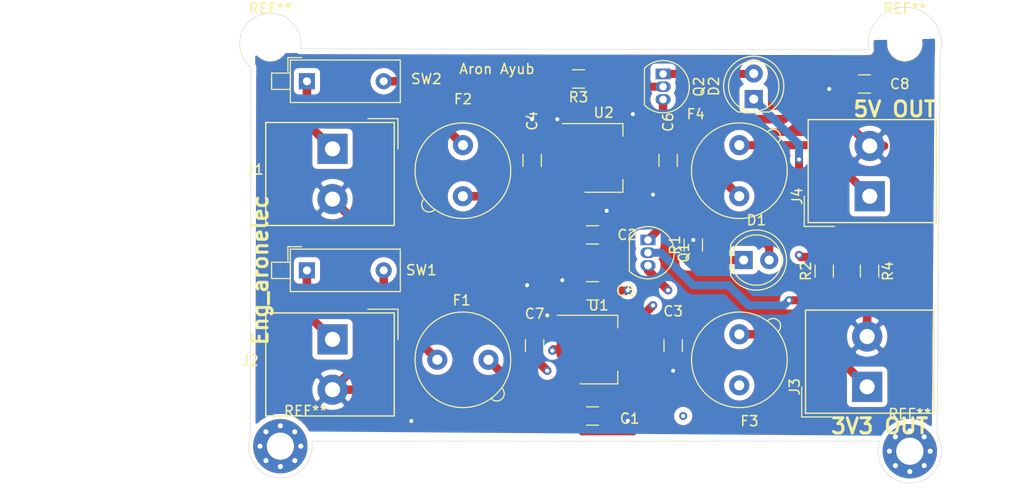
<source format=kicad_pcb>
(kicad_pcb (version 20171130) (host pcbnew "(5.1.6)-1")
  (layers (0 F.Cu signal) (1 GND.Cu signal) (2 POWER.Cu signal) (31 B.Cu signal) (34 B.Paste user) (35 F.Paste user) (36 B.SilkS user) (37 F.SilkS user) (38 B.Mask user) (39 F.Mask user) (44 Edge.Cuts user))
  (net 0 "")
  (net 1 "Net-(C1-Pad1)")
  (net 2 GND)
  (net 3 "Net-(C2-Pad1)")
  (net 4 +5V)
  (net 5 +3V3)
  (net 6 "Net-(D1-Pad1)")
  (net 7 "Net-(D2-Pad1)")
  (net 8 "Net-(F1-Pad1)")
  (net 9 "Net-(F2-Pad1)")
  (net 10 "Net-(F3-Pad2)")
  (net 11 "Net-(F4-Pad2)")
  (net 12 "Net-(J1-Pad1)")
  (net 13 "Net-(J2-Pad1)")
  (net 14 "Net-(D1-Pad2)")
  (net 15 "Net-(D2-Pad2)")
  (net 16 "Net-(Q1-Pad2)")
  (net 17 "Net-(Q2-Pad2)")
  (module MountingHole:MountingHole_2.7mm_Pad_Via (layer F.Cu) (at 148 146.5)
    (fp_text reference REF** (at 0 -3.7) (layer F.SilkS))
    (fp_text value MountingHole_2.7mm_Pad_Via)
    (pad 1 thru_hole circle (at 0 0) (size 5.4 5.4) (drill 2.7) (layers *.Cu *.Mask))
    (pad 1 thru_hole circle (at 2.025 0) (size 0.8 0.8) (drill 0.5) (layers *.Cu *.Mask))
    (pad 1 thru_hole circle (at 1.431891 1.431891) (size 0.8 0.8) (drill 0.5) (layers *.Cu *.Mask))
    (pad 1 thru_hole circle (at 0 2.025) (size 0.8 0.8) (drill 0.5) (layers *.Cu *.Mask))
    (pad 1 thru_hole circle (at -1.431891 1.431891) (size 0.8 0.8) (drill 0.5) (layers *.Cu *.Mask))
    (pad 1 thru_hole circle (at -2.025 0) (size 0.8 0.8) (drill 0.5) (layers *.Cu *.Mask))
    (pad 1 thru_hole circle (at -1.431891 -1.431891) (size 0.8 0.8) (drill 0.5) (layers *.Cu *.Mask))
    (pad 1 thru_hole circle (at 0 -2.025) (size 0.8 0.8) (drill 0.5) (layers *.Cu *.Mask))
    (pad 1 thru_hole circle (at 1.431891 -1.431891) (size 0.8 0.8) (drill 0.5) (layers *.Cu *.Mask))
  )
  (module MountingHole:MountingHole_2.7mm_Pad_Via (layer F.Cu) (at 85.5 146)
    (fp_text reference REF** (at 2.5 -3.5) (layer F.SilkS))
    (fp_text value MountingHole_2.7mm_Pad_Via)
    (pad 1 thru_hole circle (at 1.431891 -1.431891) (size 0.8 0.8) (drill 0.5) (layers *.Cu *.Mask))
    (pad 1 thru_hole circle (at 0 -2.025) (size 0.8 0.8) (drill 0.5) (layers *.Cu *.Mask))
    (pad 1 thru_hole circle (at -1.431891 -1.431891) (size 0.8 0.8) (drill 0.5) (layers *.Cu *.Mask))
    (pad 1 thru_hole circle (at -2.025 0) (size 0.8 0.8) (drill 0.5) (layers *.Cu *.Mask))
    (pad 1 thru_hole circle (at -1.431891 1.431891) (size 0.8 0.8) (drill 0.5) (layers *.Cu *.Mask))
    (pad 1 thru_hole circle (at 0 2.025) (size 0.8 0.8) (drill 0.5) (layers *.Cu *.Mask))
    (pad 1 thru_hole circle (at 1.431891 1.431891) (size 0.8 0.8) (drill 0.5) (layers *.Cu *.Mask))
    (pad 1 thru_hole circle (at 2.025 0) (size 0.8 0.8) (drill 0.5) (layers *.Cu *.Mask))
    (pad 1 thru_hole circle (at 0 0) (size 5.4 5.4) (drill 2.7) (layers *.Cu *.Mask))
  )
  (module MountingHole:MountingHole_2.5mm (layer F.Cu) (at 147.5 106)
    (fp_text reference REF** (at 0 -3.5) (layer F.SilkS))
    (fp_text value MountingHole_2.5mm)
    (pad 1 np_thru_hole circle (at 0 0) (size 2.5 2.5) (drill 2.5) (layers *.Cu *.Mask))
  )
  (module MountingHole:MountingHole_2.5mm (layer F.Cu) (at 84.5 106)
    (fp_text reference REF** (at 0 -3.5) (layer F.SilkS))
    (fp_text value MountingHole_2.5mm)
    (pad 1 np_thru_hole circle (at 0 0) (size 2.5 2.5) (drill 2.5) (layers *.Cu *.Mask))
  )
  (module Fuse:Fuseholder_TR5_Littelfuse_No560_No460 (layer F.Cu) (at 131.064 121.158 90)
    (fp_text reference F4 (at 8.158 -4.318) (layer F.SilkS))
    (fp_text value Fuse_Small)
    (fp_circle (center 2.54 0.01) (end 7.29 0.01) (layer F.SilkS) (width 0.12))
    (fp_line (start 5.49 3.99) (end 5.36 3.84) (layer F.SilkS) (width 0.12))
    (fp_line (start 5.67 4.07) (end 5.49 3.99) (layer F.SilkS) (width 0.12))
    (fp_line (start 5.96 4.11) (end 5.67 4.07) (layer F.SilkS) (width 0.12))
    (fp_line (start 6.25 4.03) (end 5.96 4.11) (layer F.SilkS) (width 0.12))
    (fp_line (start 6.47 3.86) (end 6.25 4.03) (layer F.SilkS) (width 0.12))
    (fp_line (start 6.62 3.6) (end 6.47 3.86) (layer F.SilkS) (width 0.12))
    (fp_line (start 6.65 3.34) (end 6.62 3.6) (layer F.SilkS) (width 0.12))
    (fp_line (start 6.6 3.09) (end 6.65 3.34) (layer F.SilkS) (width 0.12))
    (fp_line (start 6.51 2.93) (end 6.6 3.09) (layer F.SilkS) (width 0.12))
    (fp_line (start 6.39 2.79) (end 6.51 2.93) (layer F.SilkS) (width 0.12))
    (pad 2 thru_hole circle (at 5.08 0.01 90) (size 2 2) (drill 1) (layers *.Cu *.Mask) (net 11 "Net-(F4-Pad2)"))
    (pad 1 thru_hole circle (at 0 0 90) (size 2 2) (drill 1) (layers *.Cu *.Mask) (net 5 +3V3))
  )
  (module Resistor_SMD:R_1206_3216Metric (layer F.Cu) (at 126.5 126 90)
    (fp_text reference R1 (at 0 -1.82 90) (layer F.SilkS))
    (fp_text value 1k)
    (fp_line (start -0.602064 -0.91) (end 0.602064 -0.91) (layer F.SilkS) (width 0.12))
    (fp_line (start -0.602064 0.91) (end 0.602064 0.91) (layer F.SilkS) (width 0.12))
    (pad 2 smd roundrect (at 1.4 0 90) (size 1.25 1.75) (layers F.Cu F.Paste F.Mask) (roundrect_rratio 0.2) (net 2 GND))
    (pad 1 smd roundrect (at -1.4 0 90) (size 1.25 1.75) (layers F.Cu F.Paste F.Mask) (roundrect_rratio 0.2) (net 6 "Net-(D1-Pad1)"))
  )
  (module Capacitor_SMD:C_1206_3216Metric (layer F.Cu) (at 116.5 143)
    (fp_text reference C1 (at 3.686 0.254) (layer F.SilkS))
    (fp_text value 10uF)
    (fp_line (start -0.602064 -0.91) (end 0.602064 -0.91) (layer F.SilkS) (width 0.12))
    (fp_line (start -0.602064 0.91) (end 0.602064 0.91) (layer F.SilkS) (width 0.12))
    (pad 1 smd roundrect (at -1.4 0) (size 1.25 1.75) (layers F.Cu F.Paste F.Mask) (roundrect_rratio 0.2) (net 1 "Net-(C1-Pad1)"))
    (pad 2 smd roundrect (at 1.4 0) (size 1.25 1.75) (layers F.Cu F.Paste F.Mask) (roundrect_rratio 0.2) (net 2 GND))
  )
  (module Capacitor_SMD:C_1206_3216Metric (layer F.Cu) (at 116.5 125)
    (fp_text reference C2 (at 3.432 0) (layer F.SilkS))
    (fp_text value 10uF)
    (fp_line (start -0.602064 -0.91) (end 0.602064 -0.91) (layer F.SilkS) (width 0.12))
    (fp_line (start -0.602064 0.91) (end 0.602064 0.91) (layer F.SilkS) (width 0.12))
    (pad 1 smd roundrect (at -1.4 0) (size 1.25 1.75) (layers F.Cu F.Paste F.Mask) (roundrect_rratio 0.2) (net 3 "Net-(C2-Pad1)"))
    (pad 2 smd roundrect (at 1.4 0) (size 1.25 1.75) (layers F.Cu F.Paste F.Mask) (roundrect_rratio 0.2) (net 2 GND))
  )
  (module Capacitor_SMD:C_1206_3216Metric (layer F.Cu) (at 124.5 136.014 270)
    (fp_text reference C3 (at -3.426 0) (layer F.SilkS))
    (fp_text value 100nF)
    (fp_line (start -0.602064 0.91) (end 0.602064 0.91) (layer F.SilkS) (width 0.12))
    (fp_line (start -0.602064 -0.91) (end 0.602064 -0.91) (layer F.SilkS) (width 0.12))
    (pad 2 smd roundrect (at 1.4 0 270) (size 1.25 1.75) (layers F.Cu F.Paste F.Mask) (roundrect_rratio 0.2) (net 2 GND))
    (pad 1 smd roundrect (at -1.4 0 270) (size 1.25 1.75) (layers F.Cu F.Paste F.Mask) (roundrect_rratio 0.2) (net 1 "Net-(C1-Pad1)"))
  )
  (module Capacitor_SMD:C_1206_3216Metric (layer F.Cu) (at 110.5 117.6 90)
    (fp_text reference C4 (at 3.934 0 90) (layer F.SilkS))
    (fp_text value 100nF)
    (fp_line (start -0.602064 0.91) (end 0.602064 0.91) (layer F.SilkS) (width 0.12))
    (fp_line (start -0.602064 -0.91) (end 0.602064 -0.91) (layer F.SilkS) (width 0.12))
    (pad 2 smd roundrect (at 1.4 0 90) (size 1.25 1.75) (layers F.Cu F.Paste F.Mask) (roundrect_rratio 0.2) (net 2 GND))
    (pad 1 smd roundrect (at -1.4 0 90) (size 1.25 1.75) (layers F.Cu F.Paste F.Mask) (roundrect_rratio 0.2) (net 3 "Net-(C2-Pad1)"))
  )
  (module Capacitor_SMD:C_1206_3216Metric (layer F.Cu) (at 116.5 130.556)
    (fp_text reference C5 (at 3.302 0) (layer F.SilkS))
    (fp_text value 10nF)
    (fp_line (start -0.602064 0.91) (end 0.602064 0.91) (layer F.SilkS) (width 0.12))
    (fp_line (start -0.602064 -0.91) (end 0.602064 -0.91) (layer F.SilkS) (width 0.12))
    (pad 2 smd roundrect (at 1.4 0) (size 1.25 1.75) (layers F.Cu F.Paste F.Mask) (roundrect_rratio 0.2) (net 4 +5V))
    (pad 1 smd roundrect (at -1.4 0) (size 1.25 1.75) (layers F.Cu F.Paste F.Mask) (roundrect_rratio 0.2) (net 2 GND))
  )
  (module Capacitor_SMD:C_1206_3216Metric (layer F.Cu) (at 124 117.6 90)
    (fp_text reference C6 (at 3.81 0 90) (layer F.SilkS))
    (fp_text value 10nF)
    (fp_line (start -0.602064 0.91) (end 0.602064 0.91) (layer F.SilkS) (width 0.12))
    (fp_line (start -0.602064 -0.91) (end 0.602064 -0.91) (layer F.SilkS) (width 0.12))
    (pad 2 smd roundrect (at 1.4 0 90) (size 1.25 1.75) (layers F.Cu F.Paste F.Mask) (roundrect_rratio 0.2) (net 5 +3V3))
    (pad 1 smd roundrect (at -1.4 0 90) (size 1.25 1.75) (layers F.Cu F.Paste F.Mask) (roundrect_rratio 0.2) (net 2 GND))
  )
  (module Capacitor_SMD:C_1206_3216Metric (layer F.Cu) (at 110.744 136.014 270)
    (fp_text reference C7 (at -3.178 0) (layer F.SilkS))
    (fp_text value 0.1uF)
    (fp_line (start -0.602064 -0.91) (end 0.602064 -0.91) (layer F.SilkS) (width 0.12))
    (fp_line (start -0.602064 0.91) (end 0.602064 0.91) (layer F.SilkS) (width 0.12))
    (pad 1 smd roundrect (at -1.4 0 270) (size 1.25 1.75) (layers F.Cu F.Paste F.Mask) (roundrect_rratio 0.2) (net 2 GND))
    (pad 2 smd roundrect (at 1.4 0 270) (size 1.25 1.75) (layers F.Cu F.Paste F.Mask) (roundrect_rratio 0.2) (net 4 +5V))
  )
  (module Capacitor_SMD:C_1206_3216Metric (layer F.Cu) (at 143.5 110)
    (fp_text reference C8 (at 3.5 0) (layer F.SilkS))
    (fp_text value 0.1uF)
    (fp_line (start -0.602064 -0.91) (end 0.602064 -0.91) (layer F.SilkS) (width 0.12))
    (fp_line (start -0.602064 0.91) (end 0.602064 0.91) (layer F.SilkS) (width 0.12))
    (pad 1 smd roundrect (at -1.4 0) (size 1.25 1.75) (layers F.Cu F.Paste F.Mask) (roundrect_rratio 0.2) (net 2 GND))
    (pad 2 smd roundrect (at 1.4 0) (size 1.25 1.75) (layers F.Cu F.Paste F.Mask) (roundrect_rratio 0.2) (net 5 +3V3))
  )
  (module LED_THT:LED_D5.0mm (layer F.Cu) (at 131.5 127.5)
    (fp_text reference D1 (at 1.27 -3.96) (layer F.SilkS))
    (fp_text value LED_Small)
    (fp_circle (center 1.27 0) (end 3.77 0) (layer F.SilkS) (width 0.12))
    (fp_line (start -1.29 -1.545) (end -1.29 1.545) (layer F.SilkS) (width 0.12))
    (fp_arc (start 1.27 0) (end -1.29 -1.54483) (angle 148.9) (layer F.SilkS) (width 0.12))
    (fp_arc (start 1.27 0) (end -1.29 1.54483) (angle -148.9) (layer F.SilkS) (width 0.12))
    (pad 1 thru_hole rect (at 0 0) (size 1.8 1.8) (drill 0.9) (layers *.Cu *.Mask) (net 6 "Net-(D1-Pad1)"))
    (pad 2 thru_hole circle (at 2.54 0) (size 1.8 1.8) (drill 0.9) (layers *.Cu *.Mask) (net 14 "Net-(D1-Pad2)"))
  )
  (module Fuse:Fuseholder_TR5_Littelfuse_No560_No460 (layer F.Cu) (at 101.082 137.404)
    (fp_text reference F1 (at 2.418 -5.904) (layer F.SilkS))
    (fp_text value Fuse_Small)
    (fp_circle (center 2.54 0.01) (end 7.29 0.01) (layer F.SilkS) (width 0.12))
    (fp_line (start 5.49 3.99) (end 5.36 3.84) (layer F.SilkS) (width 0.12))
    (fp_line (start 5.67 4.07) (end 5.49 3.99) (layer F.SilkS) (width 0.12))
    (fp_line (start 5.96 4.11) (end 5.67 4.07) (layer F.SilkS) (width 0.12))
    (fp_line (start 6.25 4.03) (end 5.96 4.11) (layer F.SilkS) (width 0.12))
    (fp_line (start 6.47 3.86) (end 6.25 4.03) (layer F.SilkS) (width 0.12))
    (fp_line (start 6.62 3.6) (end 6.47 3.86) (layer F.SilkS) (width 0.12))
    (fp_line (start 6.65 3.34) (end 6.62 3.6) (layer F.SilkS) (width 0.12))
    (fp_line (start 6.6 3.09) (end 6.65 3.34) (layer F.SilkS) (width 0.12))
    (fp_line (start 6.51 2.93) (end 6.6 3.09) (layer F.SilkS) (width 0.12))
    (fp_line (start 6.39 2.79) (end 6.51 2.93) (layer F.SilkS) (width 0.12))
    (pad 2 thru_hole circle (at 5.08 0.01) (size 2 2) (drill 1) (layers *.Cu *.Mask) (net 1 "Net-(C1-Pad1)"))
    (pad 1 thru_hole circle (at 0 0) (size 2 2) (drill 1) (layers *.Cu *.Mask) (net 8 "Net-(F1-Pad1)"))
  )
  (module Fuse:Fuseholder_TR5_Littelfuse_No560_No460 (layer F.Cu) (at 103.632 116.078 270)
    (fp_text reference F2 (at -4.572 0 180) (layer F.SilkS))
    (fp_text value Fuse_Small)
    (fp_line (start 6.39 2.79) (end 6.51 2.93) (layer F.SilkS) (width 0.12))
    (fp_line (start 6.51 2.93) (end 6.6 3.09) (layer F.SilkS) (width 0.12))
    (fp_line (start 6.6 3.09) (end 6.65 3.34) (layer F.SilkS) (width 0.12))
    (fp_line (start 6.65 3.34) (end 6.62 3.6) (layer F.SilkS) (width 0.12))
    (fp_line (start 6.62 3.6) (end 6.47 3.86) (layer F.SilkS) (width 0.12))
    (fp_line (start 6.47 3.86) (end 6.25 4.03) (layer F.SilkS) (width 0.12))
    (fp_line (start 6.25 4.03) (end 5.96 4.11) (layer F.SilkS) (width 0.12))
    (fp_line (start 5.96 4.11) (end 5.67 4.07) (layer F.SilkS) (width 0.12))
    (fp_line (start 5.67 4.07) (end 5.49 3.99) (layer F.SilkS) (width 0.12))
    (fp_line (start 5.49 3.99) (end 5.36 3.84) (layer F.SilkS) (width 0.12))
    (fp_circle (center 2.54 0.01) (end 7.29 0.01) (layer F.SilkS) (width 0.12))
    (pad 1 thru_hole circle (at 0 0 270) (size 2 2) (drill 1) (layers *.Cu *.Mask) (net 9 "Net-(F2-Pad1)"))
    (pad 2 thru_hole circle (at 5.08 0.01 270) (size 2 2) (drill 1) (layers *.Cu *.Mask) (net 3 "Net-(C2-Pad1)"))
  )
  (module Fuse:Fuseholder_TR5_Littelfuse_No560_No460 (layer F.Cu) (at 131.064 139.954 90)
    (fp_text reference F3 (at -3.556 1.016) (layer F.SilkS))
    (fp_text value Fuse_Small)
    (fp_line (start 6.39 2.79) (end 6.51 2.93) (layer F.SilkS) (width 0.12))
    (fp_line (start 6.51 2.93) (end 6.6 3.09) (layer F.SilkS) (width 0.12))
    (fp_line (start 6.6 3.09) (end 6.65 3.34) (layer F.SilkS) (width 0.12))
    (fp_line (start 6.65 3.34) (end 6.62 3.6) (layer F.SilkS) (width 0.12))
    (fp_line (start 6.62 3.6) (end 6.47 3.86) (layer F.SilkS) (width 0.12))
    (fp_line (start 6.47 3.86) (end 6.25 4.03) (layer F.SilkS) (width 0.12))
    (fp_line (start 6.25 4.03) (end 5.96 4.11) (layer F.SilkS) (width 0.12))
    (fp_line (start 5.96 4.11) (end 5.67 4.07) (layer F.SilkS) (width 0.12))
    (fp_line (start 5.67 4.07) (end 5.49 3.99) (layer F.SilkS) (width 0.12))
    (fp_line (start 5.49 3.99) (end 5.36 3.84) (layer F.SilkS) (width 0.12))
    (fp_circle (center 2.54 0.01) (end 7.29 0.01) (layer F.SilkS) (width 0.12))
    (pad 1 thru_hole circle (at 0 0 90) (size 2 2) (drill 1) (layers *.Cu *.Mask) (net 4 +5V))
    (pad 2 thru_hole circle (at 5.08 0.01 90) (size 2 2) (drill 1) (layers *.Cu *.Mask) (net 10 "Net-(F3-Pad2)"))
  )
  (module TerminalBlock_Altech:Altech_AK300_1x02_P5.00mm_45-Degree (layer F.Cu) (at 90.678 116.443 270)
    (fp_text reference J1 (at 2.057 7.678 180) (layer F.SilkS))
    (fp_text value Conn_01x02)
    (fp_line (start -2.62 -6.12) (end -2.62 6.62) (layer F.SilkS) (width 0.12))
    (fp_line (start -2.62 6.62) (end 7.62 6.62) (layer F.SilkS) (width 0.12))
    (fp_line (start 7.62 -6.12) (end 7.62 6.62) (layer F.SilkS) (width 0.12))
    (fp_line (start -2.62 -6.12) (end 7.62 -6.12) (layer F.SilkS) (width 0.12))
    (fp_line (start -2.62 -6.12) (end -2.62 6.62) (layer F.SilkS) (width 0.12))
    (fp_line (start -2.62 6.62) (end 7.62 6.62) (layer F.SilkS) (width 0.12))
    (fp_line (start 7.62 -6.12) (end 7.62 6.62) (layer F.SilkS) (width 0.12))
    (fp_line (start -2.62 -6.12) (end 7.62 -6.12) (layer F.SilkS) (width 0.12))
    (fp_line (start -3 -6.5) (end 0 -6.5) (layer F.SilkS) (width 0.12))
    (fp_line (start -3 -3.5) (end -3 -6.5) (layer F.SilkS) (width 0.12))
    (pad 2 thru_hole circle (at 5 0 270) (size 3 3) (drill 1.5) (layers *.Cu *.Mask) (net 2 GND))
    (pad 1 thru_hole rect (at 0 0 270) (size 3 3) (drill 1.5) (layers *.Cu *.Mask) (net 12 "Net-(J1-Pad1)"))
  )
  (module TerminalBlock_Altech:Altech_AK300_1x02_P5.00mm_45-Degree (layer F.Cu) (at 90.678 135.382 270)
    (fp_text reference J2 (at 2.118 8.178) (layer F.SilkS))
    (fp_text value Conn_01x02)
    (fp_line (start -3 -3.5) (end -3 -6.5) (layer F.SilkS) (width 0.12))
    (fp_line (start -3 -6.5) (end 0 -6.5) (layer F.SilkS) (width 0.12))
    (fp_line (start -2.62 -6.12) (end 7.62 -6.12) (layer F.SilkS) (width 0.12))
    (fp_line (start 7.62 -6.12) (end 7.62 6.62) (layer F.SilkS) (width 0.12))
    (fp_line (start -2.62 6.62) (end 7.62 6.62) (layer F.SilkS) (width 0.12))
    (fp_line (start -2.62 -6.12) (end -2.62 6.62) (layer F.SilkS) (width 0.12))
    (fp_line (start -2.62 -6.12) (end 7.62 -6.12) (layer F.SilkS) (width 0.12))
    (fp_line (start 7.62 -6.12) (end 7.62 6.62) (layer F.SilkS) (width 0.12))
    (fp_line (start -2.62 6.62) (end 7.62 6.62) (layer F.SilkS) (width 0.12))
    (fp_line (start -2.62 -6.12) (end -2.62 6.62) (layer F.SilkS) (width 0.12))
    (pad 1 thru_hole rect (at 0 0 270) (size 3 3) (drill 1.5) (layers *.Cu *.Mask) (net 13 "Net-(J2-Pad1)"))
    (pad 2 thru_hole circle (at 5 0 270) (size 3 3) (drill 1.5) (layers *.Cu *.Mask) (net 2 GND))
  )
  (module TerminalBlock_Altech:Altech_AK300_1x02_P5.00mm_45-Degree (layer F.Cu) (at 143.764 140.097 90)
    (fp_text reference J3 (at 0 -7.2 90) (layer F.SilkS))
    (fp_text value Conn_01x02)
    (fp_line (start -2.62 -6.12) (end -2.62 6.62) (layer F.SilkS) (width 0.12))
    (fp_line (start -2.62 6.62) (end 7.62 6.62) (layer F.SilkS) (width 0.12))
    (fp_line (start 7.62 -6.12) (end 7.62 6.62) (layer F.SilkS) (width 0.12))
    (fp_line (start -2.62 -6.12) (end 7.62 -6.12) (layer F.SilkS) (width 0.12))
    (fp_line (start -2.62 -6.12) (end -2.62 6.62) (layer F.SilkS) (width 0.12))
    (fp_line (start -2.62 6.62) (end 7.62 6.62) (layer F.SilkS) (width 0.12))
    (fp_line (start 7.62 -6.12) (end 7.62 6.62) (layer F.SilkS) (width 0.12))
    (fp_line (start -2.62 -6.12) (end 7.62 -6.12) (layer F.SilkS) (width 0.12))
    (fp_line (start -3 -6.5) (end 0 -6.5) (layer F.SilkS) (width 0.12))
    (fp_line (start -3 -3.5) (end -3 -6.5) (layer F.SilkS) (width 0.12))
    (pad 2 thru_hole circle (at 5 0 90) (size 3 3) (drill 1.5) (layers *.Cu *.Mask) (net 2 GND))
    (pad 1 thru_hole rect (at 0 0 90) (size 3 3) (drill 1.5) (layers *.Cu *.Mask) (net 10 "Net-(F3-Pad2)"))
  )
  (module TerminalBlock_Altech:Altech_AK300_1x02_P5.00mm_45-Degree (layer F.Cu) (at 144.018 121.158 90)
    (fp_text reference J4 (at 0 -7.2 90) (layer F.SilkS))
    (fp_text value Conn_01x02)
    (fp_line (start -3 -3.5) (end -3 -6.5) (layer F.SilkS) (width 0.12))
    (fp_line (start -3 -6.5) (end 0 -6.5) (layer F.SilkS) (width 0.12))
    (fp_line (start -2.62 -6.12) (end 7.62 -6.12) (layer F.SilkS) (width 0.12))
    (fp_line (start 7.62 -6.12) (end 7.62 6.62) (layer F.SilkS) (width 0.12))
    (fp_line (start -2.62 6.62) (end 7.62 6.62) (layer F.SilkS) (width 0.12))
    (fp_line (start -2.62 -6.12) (end -2.62 6.62) (layer F.SilkS) (width 0.12))
    (fp_line (start -2.62 -6.12) (end 7.62 -6.12) (layer F.SilkS) (width 0.12))
    (fp_line (start 7.62 -6.12) (end 7.62 6.62) (layer F.SilkS) (width 0.12))
    (fp_line (start -2.62 6.62) (end 7.62 6.62) (layer F.SilkS) (width 0.12))
    (fp_line (start -2.62 -6.12) (end -2.62 6.62) (layer F.SilkS) (width 0.12))
    (pad 1 thru_hole rect (at 0 0 90) (size 3 3) (drill 1.5) (layers *.Cu *.Mask) (net 11 "Net-(F4-Pad2)"))
    (pad 2 thru_hole circle (at 5 0 90) (size 3 3) (drill 1.5) (layers *.Cu *.Mask) (net 2 GND))
  )
  (module Library:SW_DIP_SPSTx01_Piano_10.8x4.1mm_W7.62mm_P2.54mm (layer F.Cu) (at 88.138 128.524)
    (fp_text reference SW1 (at 11.362 -0.024) (layer F.SilkS))
    (fp_text value SW_DIP_x01)
    (fp_line (start -1.65 -0.81) (end -1.65 0.81) (layer F.SilkS) (width 0.12))
    (fp_line (start -3.51 -0.81) (end -3.51 0.81) (layer F.SilkS) (width 0.12))
    (fp_line (start -3.51 0.81) (end -1.65 0.81) (layer F.SilkS) (width 0.12))
    (fp_line (start -3.51 -0.81) (end -1.65 -0.81) (layer F.SilkS) (width 0.12))
    (fp_line (start -1.89 -2.35) (end -1.89 -0.967) (layer F.SilkS) (width 0.12))
    (fp_line (start -1.89 -2.35) (end -0.507 -2.35) (layer F.SilkS) (width 0.12))
    (fp_line (start 9.27 -2.11) (end 9.27 2.11) (layer F.SilkS) (width 0.12))
    (fp_line (start -1.65 -2.11) (end -1.65 2.11) (layer F.SilkS) (width 0.12))
    (fp_line (start -1.65 2.11) (end 9.27 2.11) (layer F.SilkS) (width 0.12))
    (fp_line (start -1.65 -2.11) (end 9.27 -2.11) (layer F.SilkS) (width 0.12))
    (pad 2 thru_hole oval (at 7.62 0) (size 1.6 1.6) (drill 0.8) (layers *.Cu *.Mask) (net 8 "Net-(F1-Pad1)"))
    (pad 1 thru_hole rect (at 0 0) (size 1.6 1.6) (drill 0.8) (layers *.Cu *.Mask) (net 13 "Net-(J2-Pad1)"))
  )
  (module Library:SW_DIP_SPSTx01_Piano_10.8x4.1mm_W7.62mm_P2.54mm (layer F.Cu) (at 88.138 109.728)
    (fp_text reference SW2 (at 11.862 -0.228) (layer F.SilkS))
    (fp_text value SW_DIP_x01)
    (fp_line (start -1.65 -2.11) (end 9.27 -2.11) (layer F.SilkS) (width 0.12))
    (fp_line (start -1.65 2.11) (end 9.27 2.11) (layer F.SilkS) (width 0.12))
    (fp_line (start -1.65 -2.11) (end -1.65 2.11) (layer F.SilkS) (width 0.12))
    (fp_line (start 9.27 -2.11) (end 9.27 2.11) (layer F.SilkS) (width 0.12))
    (fp_line (start -1.89 -2.35) (end -0.507 -2.35) (layer F.SilkS) (width 0.12))
    (fp_line (start -1.89 -2.35) (end -1.89 -0.967) (layer F.SilkS) (width 0.12))
    (fp_line (start -3.51 -0.81) (end -1.65 -0.81) (layer F.SilkS) (width 0.12))
    (fp_line (start -3.51 0.81) (end -1.65 0.81) (layer F.SilkS) (width 0.12))
    (fp_line (start -3.51 -0.81) (end -3.51 0.81) (layer F.SilkS) (width 0.12))
    (fp_line (start -1.65 -0.81) (end -1.65 0.81) (layer F.SilkS) (width 0.12))
    (pad 1 thru_hole rect (at 0 0) (size 1.6 1.6) (drill 0.8) (layers *.Cu *.Mask) (net 12 "Net-(J1-Pad1)"))
    (pad 2 thru_hole oval (at 7.62 0) (size 1.6 1.6) (drill 0.8) (layers *.Cu *.Mask) (net 9 "Net-(F2-Pad1)"))
  )
  (module Package_TO_SOT_SMD:SOT-223-3_TabPin2 (layer F.Cu) (at 117.094 136.398)
    (fp_text reference U1 (at 0 -4.398) (layer F.SilkS))
    (fp_text value LD1117S50TR_SOT223)
    (fp_line (start 1.91 3.41) (end 1.91 2.15) (layer F.SilkS) (width 0.12))
    (fp_line (start 1.91 -3.41) (end 1.91 -2.15) (layer F.SilkS) (width 0.12))
    (fp_line (start -1.85 3.41) (end 1.91 3.41) (layer F.SilkS) (width 0.12))
    (fp_line (start -4.1 -3.41) (end 1.91 -3.41) (layer F.SilkS) (width 0.12))
    (pad 2 smd rect (at 3.15 0) (size 2 3.8) (layers F.Cu F.Paste F.Mask) (net 4 +5V))
    (pad 2 smd rect (at -3.15 0) (size 2 1.5) (layers F.Cu F.Paste F.Mask) (net 4 +5V))
    (pad 3 smd rect (at -3.15 2.3) (size 2 1.5) (layers F.Cu F.Paste F.Mask) (net 1 "Net-(C1-Pad1)"))
    (pad 1 smd rect (at -3.15 -2.3) (size 2 1.5) (layers F.Cu F.Paste F.Mask) (net 2 GND))
  )
  (module Package_TO_SOT_SMD:SOT-223-3_TabPin2 (layer F.Cu) (at 117.602 117.348)
    (fp_text reference U2 (at 0 -4.5) (layer F.SilkS))
    (fp_text value LD1117S33TR_SOT223)
    (fp_line (start -4.1 -3.41) (end 1.91 -3.41) (layer F.SilkS) (width 0.12))
    (fp_line (start -1.85 3.41) (end 1.91 3.41) (layer F.SilkS) (width 0.12))
    (fp_line (start 1.91 -3.41) (end 1.91 -2.15) (layer F.SilkS) (width 0.12))
    (fp_line (start 1.91 3.41) (end 1.91 2.15) (layer F.SilkS) (width 0.12))
    (pad 1 smd rect (at -3.15 -2.3) (size 2 1.5) (layers F.Cu F.Paste F.Mask) (net 2 GND))
    (pad 3 smd rect (at -3.15 2.3) (size 2 1.5) (layers F.Cu F.Paste F.Mask) (net 3 "Net-(C2-Pad1)"))
    (pad 2 smd rect (at -3.15 0) (size 2 1.5) (layers F.Cu F.Paste F.Mask) (net 5 +3V3))
    (pad 2 smd rect (at 3.15 0) (size 2 3.8) (layers F.Cu F.Paste F.Mask) (net 5 +3V3))
  )
  (module LED_THT:LED_D5.0mm (layer F.Cu) (at 132.5 111.5 90)
    (fp_text reference D2 (at 1.27 -3.96 90) (layer F.SilkS))
    (fp_text value LED_Small)
    (fp_circle (center 1.27 0) (end 3.77 0) (layer F.SilkS) (width 0.12))
    (fp_line (start -1.29 -1.545) (end -1.29 1.545) (layer F.SilkS) (width 0.12))
    (fp_arc (start 1.27 0) (end -1.29 -1.54483) (angle 148.9) (layer F.SilkS) (width 0.12))
    (fp_arc (start 1.27 0) (end -1.29 1.54483) (angle -148.9) (layer F.SilkS) (width 0.12))
    (pad 1 thru_hole rect (at 0 0 90) (size 1.8 1.8) (drill 0.9) (layers *.Cu *.Mask) (net 7 "Net-(D2-Pad1)"))
    (pad 2 thru_hole circle (at 2.54 0 90) (size 1.8 1.8) (drill 0.9) (layers *.Cu *.Mask) (net 15 "Net-(D2-Pad2)"))
  )
  (module Package_TO_SOT_THT:TO-92_Inline (layer F.Cu) (at 122 125.5 270)
    (fp_text reference Q1 (at 1.27 -3.56 90) (layer F.SilkS))
    (fp_text value 2N3904)
    (fp_line (start -0.53 1.85) (end 3.07 1.85) (layer F.SilkS) (width 0.12))
    (fp_arc (start 1.27 0) (end 1.27 -2.6) (angle 135) (layer F.SilkS) (width 0.12))
    (fp_arc (start 1.27 0) (end 1.27 -2.6) (angle -135) (layer F.SilkS) (width 0.12))
    (pad 1 thru_hole rect (at 0 0 270) (size 1.05 1.5) (drill 0.75) (layers *.Cu *.Mask) (net 14 "Net-(D1-Pad2)"))
    (pad 3 thru_hole oval (at 2.54 0 270) (size 1.05 1.5) (drill 0.75) (layers *.Cu *.Mask) (net 4 +5V))
    (pad 2 thru_hole oval (at 1.27 0 270) (size 1.05 1.5) (drill 0.75) (layers *.Cu *.Mask) (net 16 "Net-(Q1-Pad2)"))
  )
  (module Package_TO_SOT_THT:TO-92_Inline (layer F.Cu) (at 123.5 109 270)
    (fp_text reference Q2 (at 1.27 -3.56 90) (layer F.SilkS))
    (fp_text value 2N3904)
    (fp_line (start -0.53 1.85) (end 3.07 1.85) (layer F.SilkS) (width 0.12))
    (fp_arc (start 1.27 0) (end 1.27 -2.6) (angle -135) (layer F.SilkS) (width 0.12))
    (fp_arc (start 1.27 0) (end 1.27 -2.6) (angle 135) (layer F.SilkS) (width 0.12))
    (pad 2 thru_hole oval (at 1.27 0 270) (size 1.05 1.5) (drill 0.75) (layers *.Cu *.Mask) (net 17 "Net-(Q2-Pad2)"))
    (pad 3 thru_hole oval (at 2.54 0 270) (size 1.05 1.5) (drill 0.75) (layers *.Cu *.Mask) (net 5 +3V3))
    (pad 1 thru_hole rect (at 0 0 270) (size 1.05 1.5) (drill 0.75) (layers *.Cu *.Mask) (net 15 "Net-(D2-Pad2)"))
  )
  (module Resistor_SMD:R_1206_3216Metric (layer F.Cu) (at 139.5 128.6 90)
    (fp_text reference R2 (at 0 -1.82 90) (layer F.SilkS))
    (fp_text value 1k)
    (fp_line (start -0.602064 -0.91) (end 0.602064 -0.91) (layer F.SilkS) (width 0.12))
    (fp_line (start -0.602064 0.91) (end 0.602064 0.91) (layer F.SilkS) (width 0.12))
    (pad 1 smd roundrect (at -1.4 0 90) (size 1.25 1.75) (layers F.Cu F.Paste F.Mask) (roundrect_rratio 0.2) (net 16 "Net-(Q1-Pad2)"))
    (pad 2 smd roundrect (at 1.4 0 90) (size 1.25 1.75) (layers F.Cu F.Paste F.Mask) (roundrect_rratio 0.2) (net 4 +5V))
  )
  (module Resistor_SMD:R_1206_3216Metric (layer F.Cu) (at 115.1 109.5 180)
    (fp_text reference R3 (at 0 -1.82) (layer F.SilkS))
    (fp_text value 1k)
    (fp_line (start -0.602064 -0.91) (end 0.602064 -0.91) (layer F.SilkS) (width 0.12))
    (fp_line (start -0.602064 0.91) (end 0.602064 0.91) (layer F.SilkS) (width 0.12))
    (pad 1 smd roundrect (at -1.4 0 180) (size 1.25 1.75) (layers F.Cu F.Paste F.Mask) (roundrect_rratio 0.2) (net 17 "Net-(Q2-Pad2)"))
    (pad 2 smd roundrect (at 1.4 0 180) (size 1.25 1.75) (layers F.Cu F.Paste F.Mask) (roundrect_rratio 0.2) (net 5 +3V3))
  )
  (module Resistor_SMD:R_1206_3216Metric (layer F.Cu) (at 144 128.6 270)
    (fp_text reference R4 (at 0 -1.82 90) (layer F.SilkS))
    (fp_text value 1k)
    (fp_line (start -0.602064 0.91) (end 0.602064 0.91) (layer F.SilkS) (width 0.12))
    (fp_line (start -0.602064 -0.91) (end 0.602064 -0.91) (layer F.SilkS) (width 0.12))
    (pad 2 smd roundrect (at 1.4 0 270) (size 1.25 1.75) (layers F.Cu F.Paste F.Mask) (roundrect_rratio 0.2) (net 2 GND))
    (pad 1 smd roundrect (at -1.4 0 270) (size 1.25 1.75) (layers F.Cu F.Paste F.Mask) (roundrect_rratio 0.2) (net 7 "Net-(D2-Pad1)"))
  )
  (gr_text "Aron Ayub" (at 107 108.5) (layer F.SilkS) (effects (font (size 1 1))))
  (gr_line (start 82.580168 108.358865) (end 82.5 145) (layer Edge.Cuts) (width 0.05))
  (gr_line (start 87.5 106.5) (end 143.909472 106.598421) (layer Edge.Cuts) (width 0.05))
  (gr_line (start 150.71163 144.873022) (end 151 107) (layer Edge.Cuts) (width 0.05))
  (gr_line (start 145 145.500001) (end 88.622748 145.501557) (layer Edge.Cuts) (width 0.05))
  (gr_arc (start 147.5 106) (end 151 107) (angle -205.4077129) (layer Edge.Cuts) (width 0.05))
  (gr_arc (start 84.5 106) (end 87.5 106.5) (angle -240.3208838) (layer Edge.Cuts) (width 0.05))
  (gr_arc (start 148 146.5) (end 145 145.500001) (angle -229.3986882) (layer Edge.Cuts) (width 0.05))
  (gr_arc (start 85.5 146) (end 82.5 145) (angle -207.503816) (layer Edge.Cuts) (width 0.05))
  (gr_text Eng_aronelec (at 83.5 128.5 90) (layer F.SilkS) (effects (font (size 1.5 1.5) (thickness 0.3))))
  (gr_text "3V3 OUT\n" (at 145 144) (layer F.SilkS) (effects (font (size 1.5 1.5) (thickness 0.3))))
  (gr_text "5V OUT" (at 146.5 112.5) (layer F.SilkS) (effects (font (size 1.5 1.5) (thickness 0.3))))
  (segment (start 85.5 146) (end 87 144.5) (width 0.35) (layer F.Cu) (net 0))
  (segment (start 113.944 141.844) (end 115.1 143) (width 0.85) (layer F.Cu) (net 1))
  (segment (start 113.944 138.698) (end 113.944 141.844) (width 0.85) (layer F.Cu) (net 1))
  (segment (start 111.748 143) (end 115.1 143) (width 0.85) (layer F.Cu) (net 1))
  (segment (start 106.162 137.414) (end 111.748 143) (width 0.85) (layer F.Cu) (net 1))
  (segment (start 125.375 134.614) (end 124.5 134.614) (width 0.85) (layer F.Cu) (net 1))
  (segment (start 126.5 135.739) (end 125.375 134.614) (width 0.85) (layer F.Cu) (net 1))
  (segment (start 115.1 144.1) (end 115.50001 144.50001) (width 0.85) (layer F.Cu) (net 1))
  (segment (start 126.5 138.513978) (end 126.5 135.739) (width 0.85) (layer F.Cu) (net 1))
  (segment (start 115.1 143) (end 115.1 144.1) (width 0.85) (layer F.Cu) (net 1))
  (segment (start 115.50001 144.50001) (end 120.513968 144.50001) (width 0.85) (layer F.Cu) (net 1))
  (segment (start 120.513968 144.50001) (end 126.5 138.513978) (width 0.85) (layer F.Cu) (net 1))
  (segment (start 115.1 114.4) (end 114.452 115.048) (width 0.85) (layer F.Cu) (net 2))
  (segment (start 142.1 114.24) (end 144.018 116.158) (width 0.85) (layer F.Cu) (net 2))
  (segment (start 142.1 110) (end 142.1 114.24) (width 0.85) (layer F.Cu) (net 2))
  (segment (start 113.428 134.614) (end 113.944 134.098) (width 0.85) (layer F.Cu) (net 2))
  (segment (start 110.744 134.614) (end 113.428 134.614) (width 0.85) (layer F.Cu) (net 2))
  (segment (start 115.1 132.942) (end 113.944 134.098) (width 0.85) (layer F.Cu) (net 2))
  (segment (start 115.1 130.556) (end 115.1 132.942) (width 0.85) (layer F.Cu) (net 2))
  (segment (start 115.1 127.8) (end 117.9 125) (width 0.85) (layer F.Cu) (net 2))
  (segment (start 115.1 130.556) (end 115.1 127.8) (width 0.85) (layer F.Cu) (net 2))
  (segment (start 118.914 143) (end 124.5 137.414) (width 0.85) (layer F.Cu) (net 2))
  (segment (start 117.9 143) (end 118.914 143) (width 0.85) (layer F.Cu) (net 2))
  (segment (start 90.678 140.382) (end 93.5 137.56) (width 0.85) (layer F.Cu) (net 2))
  (segment (start 93.5 124.265) (end 90.678 121.443) (width 0.85) (layer F.Cu) (net 2))
  (segment (start 93.5 137.56) (end 93.5 124.265) (width 0.85) (layer F.Cu) (net 2))
  (segment (start 104.386 134.614) (end 110.744 134.614) (width 0.85) (layer F.Cu) (net 2))
  (segment (start 103.5 135.5) (end 104.386 134.614) (width 0.85) (layer F.Cu) (net 2))
  (segment (start 103.5 138.764) (end 103.5 135.5) (width 0.85) (layer F.Cu) (net 2))
  (segment (start 90.678 140.382) (end 101.882 140.382) (width 0.85) (layer F.Cu) (net 2))
  (segment (start 101.882 140.382) (end 103.5 138.764) (width 0.85) (layer F.Cu) (net 2))
  (segment (start 111.652 115.048) (end 114.452 115.048) (width 0.85) (layer F.Cu) (net 2))
  (segment (start 110.5 116.2) (end 111.652 115.048) (width 0.85) (layer F.Cu) (net 2))
  (segment (start 113.944 134.098) (end 113.098 134.098) (width 0.8) (layer F.Cu) (net 2))
  (segment (start 113.944 134.098) (end 113.944 132.444) (width 0.8) (layer F.Cu) (net 2))
  (segment (start 113.944 132.444) (end 111.5 130) (width 0.8) (layer F.Cu) (net 2))
  (via (at 110 130) (size 0.8) (drill 0.4) (layers F.Cu B.Cu) (net 2))
  (segment (start 111.5 130) (end 110 130) (width 0.8) (layer F.Cu) (net 2))
  (segment (start 114.5 143) (end 118 143) (width 0.8) (layer B.Cu) (net 2))
  (segment (start 110 130) (end 110 138.5) (width 0.8) (layer B.Cu) (net 2))
  (segment (start 110 138.5) (end 114.5 143) (width 0.8) (layer B.Cu) (net 2))
  (segment (start 114.452 115.048) (end 117.952 115.048) (width 0.8) (layer F.Cu) (net 2))
  (via (at 120.5 113) (size 0.8) (drill 0.4) (layers F.Cu B.Cu) (net 2))
  (segment (start 117.952 115.048) (end 120 113) (width 0.8) (layer F.Cu) (net 2))
  (segment (start 120 113) (end 120.5 113) (width 0.8) (layer F.Cu) (net 2))
  (segment (start 120.5 113) (end 120.5 115.5) (width 0.8) (layer B.Cu) (net 2))
  (segment (start 120.5 115.5) (end 124 119) (width 0.8) (layer B.Cu) (net 2))
  (via (at 110.5 113.5) (size 0.8) (drill 0.4) (layers F.Cu B.Cu) (net 2))
  (segment (start 110.5 116.2) (end 110.5 113.5) (width 0.8) (layer F.Cu) (net 2))
  (via (at 113 113.5) (size 0.8) (drill 0.4) (layers F.Cu B.Cu) (net 2))
  (segment (start 114.452 115.048) (end 114.452 114.952) (width 0.8) (layer F.Cu) (net 2))
  (segment (start 114.452 114.952) (end 113 113.5) (width 0.8) (layer F.Cu) (net 2))
  (segment (start 117.9 125) (end 117.9 122.6) (width 0.8) (layer F.Cu) (net 2))
  (via (at 117.9 122.6) (size 0.8) (drill 0.4) (layers F.Cu B.Cu) (net 2))
  (via (at 126.5 125.5) (size 0.8) (drill 0.4) (layers F.Cu B.Cu) (net 2))
  (segment (start 126.4 125.6) (end 126.5 125.5) (width 0.8) (layer F.Cu) (net 2))
  (via (at 122.5 121) (size 0.8) (drill 0.4) (layers F.Cu B.Cu) (net 2))
  (segment (start 124 119) (end 124 119.5) (width 0.8) (layer F.Cu) (net 2))
  (segment (start 124 119.5) (end 122.5 121) (width 0.8) (layer F.Cu) (net 2))
  (via (at 140 110.5) (size 0.8) (drill 0.4) (layers F.Cu B.Cu) (net 2))
  (segment (start 142.1 110) (end 140.5 110) (width 0.8) (layer F.Cu) (net 2))
  (segment (start 140.5 110) (end 140 110.5) (width 0.8) (layer F.Cu) (net 2))
  (segment (start 115.1 130.556) (end 114.556 130.556) (width 0.8) (layer F.Cu) (net 2))
  (via (at 113.5 129.5) (size 0.8) (drill 0.4) (layers F.Cu B.Cu) (net 2))
  (segment (start 114.556 130.556) (end 113.5 129.5) (width 0.8) (layer F.Cu) (net 2))
  (via (at 124.5 138.5) (size 0.8) (drill 0.4) (layers F.Cu B.Cu) (net 2))
  (segment (start 124.5 137.414) (end 124.5 138.5) (width 0.8) (layer F.Cu) (net 2))
  (via (at 120 143.47501) (size 0.8) (drill 0.4) (layers F.Cu B.Cu) (net 2))
  (segment (start 118 143) (end 119.52499 143) (width 0.8) (layer B.Cu) (net 2))
  (segment (start 119.52499 143) (end 120 143.47501) (width 0.8) (layer B.Cu) (net 2))
  (via (at 112 133) (size 0.8) (drill 0.4) (layers F.Cu B.Cu) (net 2))
  (segment (start 110.744 134.614) (end 110.744 134.256) (width 0.8) (layer F.Cu) (net 2))
  (segment (start 110.744 134.256) (end 112 133) (width 0.8) (layer F.Cu) (net 2))
  (segment (start 145.444002 116.158) (end 144.018 116.158) (width 0.85) (layer F.Cu) (net 2))
  (segment (start 143.764 130.236) (end 143.764 135.097) (width 0.85) (layer F.Cu) (net 2))
  (segment (start 144 130) (end 143.764 130.236) (width 0.85) (layer F.Cu) (net 2))
  (segment (start 90.678 140.382) (end 95.382 140.382) (width 0.35) (layer F.Cu) (net 2))
  (via (at 98.5 143.5) (size 0.8) (drill 0.4) (layers F.Cu B.Cu) (net 2))
  (segment (start 95.382 140.382) (end 98.5 143.5) (width 0.35) (layer F.Cu) (net 2))
  (segment (start 108.342 121.158) (end 110.5 119) (width 0.85) (layer F.Cu) (net 3))
  (segment (start 103.622 121.158) (end 108.342 121.158) (width 0.85) (layer F.Cu) (net 3))
  (segment (start 115.1 123.6) (end 110.5 119) (width 0.85) (layer F.Cu) (net 3))
  (segment (start 115.1 125) (end 115.1 123.6) (width 0.85) (layer F.Cu) (net 3))
  (segment (start 115.1 120.296) (end 114.452 119.648) (width 0.85) (layer F.Cu) (net 3))
  (segment (start 115.1 125) (end 115.1 120.296) (width 0.85) (layer F.Cu) (net 3))
  (via (at 137 127) (size 0.8) (drill 0.4) (layers F.Cu B.Cu) (net 4))
  (segment (start 139.5 127.2) (end 137.2 127.2) (width 0.85) (layer F.Cu) (net 4))
  (segment (start 137.2 127.2) (end 137 127) (width 0.85) (layer F.Cu) (net 4))
  (via (at 122.5 132) (size 0.8) (drill 0.4) (layers F.Cu B.Cu) (net 4))
  (segment (start 120.244 136.398) (end 120.244 134.256) (width 0.85) (layer F.Cu) (net 4))
  (segment (start 120.244 134.256) (end 122.5 132) (width 0.85) (layer F.Cu) (net 4))
  (via (at 120 130.5) (size 0.8) (drill 0.4) (layers F.Cu B.Cu) (net 4))
  (segment (start 117.9 130.556) (end 119.944 130.556) (width 0.85) (layer F.Cu) (net 4))
  (segment (start 119.944 130.556) (end 120 130.5) (width 0.85) (layer F.Cu) (net 4))
  (via (at 112 138.5) (size 0.8) (drill 0.4) (layers F.Cu B.Cu) (net 4))
  (segment (start 110.744 137.414) (end 110.914 137.414) (width 0.85) (layer F.Cu) (net 4))
  (segment (start 110.914 137.414) (end 112 138.5) (width 0.85) (layer F.Cu) (net 4))
  (via (at 112.5 136.5) (size 0.8) (drill 0.4) (layers F.Cu B.Cu) (net 4))
  (segment (start 113.944 136.398) (end 112.602 136.398) (width 0.85) (layer F.Cu) (net 4))
  (segment (start 112.602 136.398) (end 112.5 136.5) (width 0.85) (layer F.Cu) (net 4))
  (via (at 125.5 143) (size 0.8) (drill 0.4) (layers F.Cu B.Cu) (net 4))
  (via (at 124 130.5) (size 0.8) (drill 0.4) (layers F.Cu B.Cu) (net 4))
  (segment (start 122 128.04) (end 122 128.5) (width 0.85) (layer F.Cu) (net 4))
  (segment (start 122 128.5) (end 124 130.5) (width 0.85) (layer F.Cu) (net 4))
  (segment (start 122.852 117.348) (end 124 116.2) (width 0.85) (layer F.Cu) (net 5))
  (segment (start 120.752 117.348) (end 122.852 117.348) (width 0.85) (layer F.Cu) (net 5))
  (segment (start 114.452 117.348) (end 120.752 117.348) (width 0.85) (layer F.Cu) (net 5))
  (segment (start 124 116.2) (end 125.8 116.2) (width 0.85) (layer F.Cu) (net 5))
  (segment (start 126.106 116.2) (end 125.8 116.2) (width 0.85) (layer F.Cu) (net 5))
  (segment (start 131.064 121.158) (end 126.106 116.2) (width 0.85) (layer F.Cu) (net 5))
  (segment (start 142.55001 107.65001) (end 144.9 110) (width 0.85) (layer F.Cu) (net 5))
  (segment (start 127.8 116.2) (end 130.5 113.5) (width 0.85) (layer F.Cu) (net 5))
  (segment (start 125.8 116.2) (end 127.8 116.2) (width 0.85) (layer F.Cu) (net 5))
  (segment (start 135.5 113.5) (end 141.34999 107.65001) (width 0.85) (layer F.Cu) (net 5))
  (segment (start 130.5 113.5) (end 135.5 113.5) (width 0.85) (layer F.Cu) (net 5))
  (segment (start 141.34999 107.65001) (end 142.55001 107.65001) (width 0.85) (layer F.Cu) (net 5))
  (segment (start 123.5 115.7) (end 124 116.2) (width 0.85) (layer F.Cu) (net 5))
  (segment (start 123.5 111.54) (end 123.5 115.7) (width 0.85) (layer F.Cu) (net 5))
  (segment (start 108.99999 116.937444) (end 108.99999 113.550427) (width 0.35) (layer F.Cu) (net 5))
  (segment (start 109.512556 117.45001) (end 108.99999 116.937444) (width 0.35) (layer F.Cu) (net 5))
  (segment (start 113.774988 117.45001) (end 109.512556 117.45001) (width 0.55) (layer F.Cu) (net 5))
  (segment (start 113.876998 117.348) (end 113.774988 117.45001) (width 0.85) (layer F.Cu) (net 5))
  (segment (start 114.452 117.348) (end 113.876998 117.348) (width 0.85) (layer F.Cu) (net 5))
  (segment (start 110.550417 111.949583) (end 110.550417 112) (width 0.85) (layer F.Cu) (net 5))
  (segment (start 113.7 109.5) (end 113 109.5) (width 0.85) (layer F.Cu) (net 5))
  (segment (start 110.550417 112) (end 108.99999 113.550427) (width 0.85) (layer F.Cu) (net 5))
  (segment (start 113 109.5) (end 110.550417 111.949583) (width 0.85) (layer F.Cu) (net 5))
  (segment (start 126.6 127.5) (end 126.5 127.4) (width 0.8) (layer F.Cu) (net 6))
  (segment (start 131.5 127.5) (end 126.6 127.5) (width 0.8) (layer F.Cu) (net 6))
  (segment (start 144 127.2) (end 141.8 125) (width 0.8) (layer F.Cu) (net 7))
  (segment (start 141.8 125) (end 137.5 125) (width 0.8) (layer F.Cu) (net 7))
  (segment (start 137.5 125) (end 137 124.5) (width 0.8) (layer F.Cu) (net 7))
  (via (at 137 117.5) (size 0.8) (drill 0.4) (layers F.Cu B.Cu) (net 7))
  (segment (start 137 124.5) (end 137 117.5) (width 0.8) (layer F.Cu) (net 7))
  (segment (start 137 116) (end 132.5 111.5) (width 0.8) (layer B.Cu) (net 7))
  (segment (start 137 117.5) (end 137 116) (width 0.8) (layer B.Cu) (net 7))
  (segment (start 95.758 132.08) (end 101.082 137.404) (width 0.85) (layer F.Cu) (net 8))
  (segment (start 95.758 128.524) (end 95.758 132.08) (width 0.85) (layer F.Cu) (net 8))
  (segment (start 97.282 109.728) (end 103.632 116.078) (width 0.85) (layer F.Cu) (net 9))
  (segment (start 95.758 109.728) (end 97.282 109.728) (width 0.85) (layer F.Cu) (net 9))
  (segment (start 138.541 134.874) (end 143.764 140.097) (width 0.85) (layer F.Cu) (net 10))
  (segment (start 131.074 134.874) (end 138.541 134.874) (width 0.85) (layer F.Cu) (net 10))
  (segment (start 138.938 116.078) (end 144.018 121.158) (width 0.8) (layer F.Cu) (net 11))
  (segment (start 131.074 116.078) (end 138.938 116.078) (width 0.8) (layer F.Cu) (net 11))
  (segment (start 88.138 113.903) (end 90.678 116.443) (width 0.85) (layer F.Cu) (net 12))
  (segment (start 88.138 109.728) (end 88.138 113.903) (width 0.85) (layer F.Cu) (net 12))
  (segment (start 88.138 132.842) (end 90.678 135.382) (width 0.85) (layer F.Cu) (net 13))
  (segment (start 88.138 128.524) (end 88.138 132.842) (width 0.85) (layer F.Cu) (net 13))
  (segment (start 134.04 126.227208) (end 134.04 127.5) (width 0.8) (layer F.Cu) (net 14))
  (segment (start 122 125.5) (end 125.5 122) (width 0.8) (layer F.Cu) (net 14))
  (segment (start 125.5 122) (end 127 122) (width 0.8) (layer F.Cu) (net 14))
  (segment (start 131.312792 123.5) (end 134.04 126.227208) (width 0.8) (layer F.Cu) (net 14))
  (segment (start 127 122) (end 128.5 123.5) (width 0.8) (layer F.Cu) (net 14))
  (segment (start 128.5 123.5) (end 131.312792 123.5) (width 0.8) (layer F.Cu) (net 14))
  (segment (start 132.46 109) (end 132.5 108.96) (width 0.8) (layer F.Cu) (net 15))
  (segment (start 123.5 109) (end 132.46 109) (width 0.8) (layer F.Cu) (net 15))
  (segment (start 122 126.77) (end 123.27 126.77) (width 0.8) (layer B.Cu) (net 16))
  (segment (start 123.27 126.77) (end 126.5 130) (width 0.8) (layer B.Cu) (net 16))
  (segment (start 126.5 130) (end 130 130) (width 0.8) (layer B.Cu) (net 16))
  (segment (start 130 130) (end 132 132) (width 0.8) (layer B.Cu) (net 16))
  (via (at 136 131.5) (size 0.8) (drill 0.4) (layers F.Cu B.Cu) (net 16))
  (segment (start 132 132) (end 135.5 132) (width 0.8) (layer B.Cu) (net 16))
  (segment (start 135.5 132) (end 136 131.5) (width 0.8) (layer B.Cu) (net 16))
  (segment (start 138 131.5) (end 139.5 130) (width 0.8) (layer F.Cu) (net 16))
  (segment (start 136 131.5) (end 138 131.5) (width 0.8) (layer F.Cu) (net 16))
  (segment (start 117.27 110.27) (end 116.5 109.5) (width 0.8) (layer F.Cu) (net 17))
  (segment (start 123.5 110.27) (end 117.27 110.27) (width 0.8) (layer F.Cu) (net 17))
  (zone (net 2) (net_name GND) (layer F.Cu) (connect_pads (clearance 0.508)) (min_thickness 0.254) (fill yes (arc_segments 32) (thermal_gap 0.508) (thermal_bridge_width 0.508))
    (polygon (pts (xy 150.5 144.5) (xy 82.5 144.5) (xy 83 109) (xy 150.5 105.5)))
  )
  (zone (net 2) (net_name GND) (layer B.Cu) (connect_pads (clearance 0.508)) (min_thickness 0.254) (fill yes (arc_segments 32) (thermal_gap 0.508) (thermal_bridge_width 0.508))
    (polygon (pts (xy 150.5 145) (xy 83 144.5) (xy 83 107) (xy 150.5 105.5)))
  )
)
</source>
